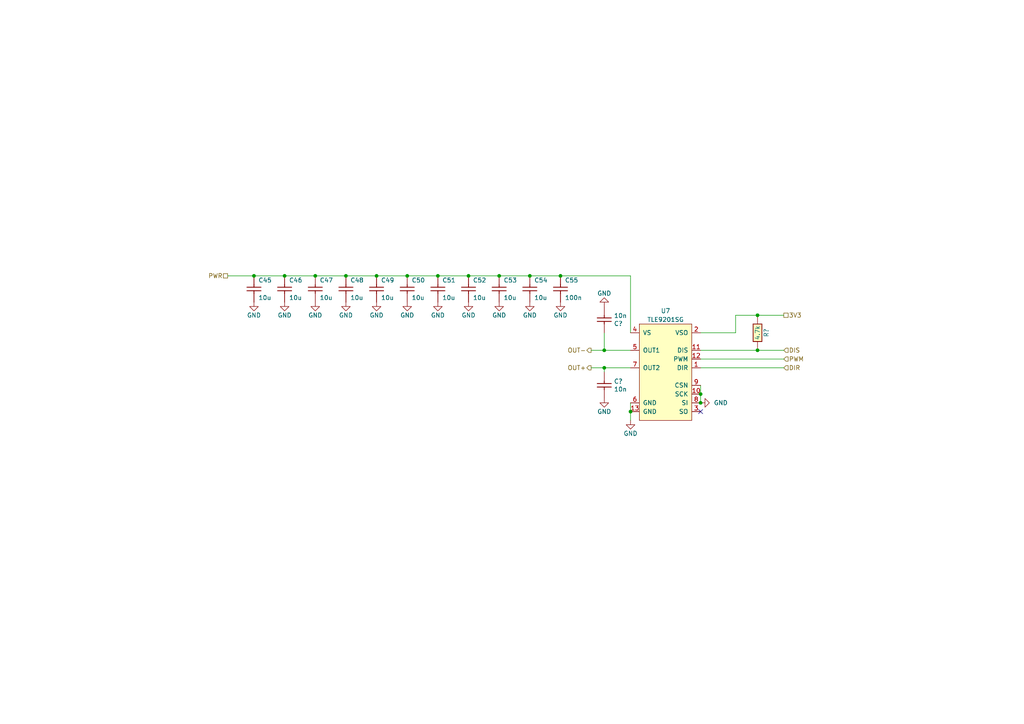
<source format=kicad_sch>
(kicad_sch (version 20230121) (generator eeschema)
  (paper "A4")
  (title_block (title "Hellen-One DC motor driver") (date "2023-09-04") (rev "0.1"))
  (lib_symbols
    (symbol "chips:TLE9201SG" (pin_names (offset 1.016))
      (property "Reference" "U" (at -1.27 3.81 0))
      (property "Value" "TLE9201SG" (at 2.54 1.27 0))
      (symbol "TLE9201SG_0_1"
        (rectangle (start -2.54 0) (end 12.7 -27.94) (fill (type background)))
      )
      (symbol "TLE9201SG_1_1"
        (pin passive line (at -5.08 -12.7 0) (length 2.54) (name "DIR") (number "1"))
        (pin passive line (at -5.08 -20.32 0) (length 2.54) (name "SCK") (number "10"))
        (pin passive line (at -5.08 -7.62 0) (length 2.54) (name "DIS") (number "11"))
        (pin passive line (at -5.08 -10.16 0) (length 2.54) (name "PWM") (number "12"))
        (pin passive line (at 15.24 -25.4 180) (length 2.54) (name "GND") (number "13"))
        (pin passive line (at -5.08 -2.54 0) (length 2.54) (name "VSO") (number "2"))
        (pin passive line (at -5.08 -25.4 0) (length 2.54) (name "SO") (number "3"))
        (pin passive line (at 15.24 -2.54 180) (length 2.54) (name "VS") (number "4"))
        (pin passive line (at 15.24 -7.62 180) (length 2.54) (name "OUT1") (number "5"))
        (pin passive line (at 15.24 -22.86 180) (length 2.54) (name "GND") (number "6"))
        (pin passive line (at 15.24 -12.7 180) (length 2.54) (name "OUT2") (number "7"))
        (pin passive line (at -5.08 -22.86 0) (length 2.54) (name "SI") (number "8"))
        (pin passive line (at -5.08 -17.78 0) (length 2.54) (name "CSN") (number "9"))
      )
    )
    (symbol "hellen-one-common:Cap" (pin_numbers hide)
      (property "Reference" "C" (at -3.81 2.54 0))
      (property "Value" "Cap" (at -2.54 -1.27 0))
      (symbol "Cap_1_0"
        (polyline (pts (xy -1.27 0) (xy -0.508 0)) (stroke (width 0.254)))
        (polyline (pts (xy -0.508 -2.032) (xy -0.508 2.032)) (stroke (width 0.254)))
        (polyline (pts (xy 0.508 2.032) (xy 0.508 -2.032)) (stroke (width 0.254)))
        (polyline (pts (xy 1.27 0) (xy 0.508 0)) (stroke (width 0.254)))
        (pin passive line (at -3.81 0 0) (length 2.54) (name "") (number "1"))
        (pin passive line (at 3.81 0 180) (length 2.54) (name "") (number "2"))
      )
    )
    (symbol "hellen-one-common:Res" (pin_numbers hide)
      (property "Reference" "R" (at 3.81 2.54 0))
      (property "Value" "Res" (at 5.08 -2.54 0))
      (symbol "Res_1_0"
        (rectangle (start 2.54 -1.27) (end 7.62 1.27) (stroke (width 0.254)) (fill (type background)))
        (pin passive line (at 0 0 0) (length 2.54) (name "") (number "1"))
        (pin passive line (at 10.16 0 180) (length 2.54) (name "") (number "2"))
      )
    )
    (symbol "power:GND" (power) (pin_names (offset 0))
      (property "Value" "GND" (at 0 -3.81 0))
      (symbol "GND_0_1"
        (polyline (pts (xy 0 0) (xy 0 -1.27) (xy 1.27 -1.27) (xy 0 -2.54) (xy -1.27 -1.27) (xy 0 -1.27)))
      )
      (symbol "GND_1_1"
        (pin power_in line (at 0 0 270) (length 0) hide (name "GND") (number "1"))
      )
    )
  )
  (junction (at 144.78 80.01))
  (junction (at 91.44 80.01))
  (junction (at 219.71 91.44))
  (junction (at 127 80.01))
  (junction (at 135.89 80.01))
  (junction (at 203.2 116.84))
  (junction (at 175.26 101.6))
  (junction (at 175.26 106.68))
  (junction (at 109.22 80.01))
  (junction (at 219.71 101.6))
  (junction (at 118.11 80.01))
  (junction (at 182.88 119.38))
  (junction (at 203.2 114.3))
  (junction (at 162.56 80.01))
  (junction (at 73.66 80.01))
  (junction (at 153.67 80.01))
  (junction (at 82.55 80.01))
  (junction (at 100.33 80.01))
  (no_connect (at 203.2 119.38))
  (wire (pts (xy 175.26 101.6) (xy 171.45 101.6)))
  (wire (pts (xy 203.2 96.52) (xy 213.36 96.52)))
  (wire (pts (xy 203.2 111.76) (xy 203.2 114.3)))
  (wire (pts (xy 203.2 106.68) (xy 227.33 106.68)))
  (wire (pts (xy 153.67 80.01) (xy 162.56 80.01)))
  (wire (pts (xy 203.2 114.3) (xy 203.2 116.84)))
  (wire (pts (xy 203.2 101.6) (xy 219.71 101.6)))
  (wire (pts (xy 127 80.01) (xy 135.89 80.01)))
  (wire (pts (xy 203.2 104.14) (xy 227.33 104.14)))
  (wire (pts (xy 91.44 80.01) (xy 100.33 80.01)))
  (wire (pts (xy 175.26 106.68) (xy 182.88 106.68)))
  (wire (pts (xy 171.45 106.68) (xy 175.26 106.68)))
  (wire (pts (xy 182.88 101.6) (xy 175.26 101.6)))
  (wire (pts (xy 219.71 91.44) (xy 227.33 91.44)))
  (wire (pts (xy 144.78 80.01) (xy 153.67 80.01)))
  (wire (pts (xy 182.88 116.84) (xy 182.88 119.38)))
  (wire (pts (xy 213.36 96.52) (xy 213.36 91.44)))
  (wire (pts (xy 182.88 119.38) (xy 182.88 121.92)))
  (wire (pts (xy 82.55 80.01) (xy 91.44 80.01)))
  (wire (pts (xy 109.22 80.01) (xy 118.11 80.01)))
  (wire (pts (xy 73.66 80.01) (xy 82.55 80.01)))
  (wire (pts (xy 118.11 80.01) (xy 127 80.01)))
  (wire (pts (xy 175.26 101.6) (xy 175.26 96.52)))
  (wire (pts (xy 175.26 106.68) (xy 175.26 107.95)))
  (wire (pts (xy 135.89 80.01) (xy 144.78 80.01)))
  (wire (pts (xy 213.36 91.44) (xy 219.71 91.44)))
  (wire (pts (xy 66.04 80.01) (xy 73.66 80.01)))
  (wire (pts (xy 219.71 101.6) (xy 227.33 101.6)))
  (wire (pts (xy 162.56 80.01) (xy 182.88 80.01)))
  (wire (pts (xy 182.88 80.01) (xy 182.88 96.52)))
  (wire (pts (xy 100.33 80.01) (xy 109.22 80.01)))
  (hierarchical_label "3V3" (shape passive) (at 227.33 91.44 0))
  (hierarchical_label "OUT-" (shape output) (at 171.45 101.6 180))
  (hierarchical_label "DIS" (shape input) (at 227.33 101.6 0))
  (hierarchical_label "DIR" (shape input) (at 227.33 106.68 0))
  (hierarchical_label "PWM" (shape input) (at 227.33 104.14 0))
  (hierarchical_label "PWR" (shape passive) (at 66.04 80.01 180))
  (hierarchical_label "OUT+" (shape output) (at 171.45 106.68 180))
  (symbol (lib_id "hellen-one-common:Cap") (at 144.78 83.82 90) (unit 1)
    (property "Reference" "C53" (at 146.05 81.28 90) (effects (justify right)))
    (property "Value" "10u" (at 146.05 86.36 90) (effects (justify right)))
    (property "Footprint" "hellen-one-common:C0805" (effects hide))
    (property "LCSC" "C15850" (effects hide))
  )
  (symbol (lib_id "power:GND") (at 118.11 87.63 0) (mirror y) (unit 1)
    (property "Reference" "#PWR?" (effects hide))
    (property "Value" "GND" (at 118.11 91.44 0))
    (instances (project "alphax_4ch" (path "" (reference "#PWR?") (unit 1)) (path "" (reference "#PWR0171") (unit 1))))
  )
  (symbol (lib_id "hellen-one-common:Cap") (at 118.11 83.82 90) (unit 1)
    (property "Reference" "C50" (at 119.38 81.28 90) (effects (justify right)))
    (property "Value" "10u" (at 119.38 86.36 90) (effects (justify right)))
    (property "Footprint" "hellen-one-common:C0805" (effects hide))
    (property "LCSC" "C15850" (effects hide))
  )
  (symbol (lib_id "hellen-one-common:Cap") (at 109.22 83.82 90) (unit 1)
    (property "Reference" "C49" (at 110.49 81.28 90) (effects (justify right)))
    (property "Value" "10u" (at 110.49 86.36 90) (effects (justify right)))
    (property "Footprint" "hellen-one-common:C0805" (effects hide))
    (property "LCSC" "C15850" (effects hide))
  )
  (symbol (lib_id "power:GND") (at 144.78 87.63 0) (mirror y) (unit 1)
    (property "Reference" "#PWR?" (effects hide))
    (property "Value" "GND" (at 144.78 91.44 0))
    (instances (project "alphax_4ch" (path "" (reference "#PWR?") (unit 1)) (path "" (reference "#PWR0170") (unit 1))))
  )
  (symbol (lib_id "power:GND") (at 91.44 87.63 0) (unit 1)
    (property "Reference" "#PWR?" (effects hide))
    (property "Value" "GND" (at 91.44 91.44 0))
    (instances (project "alphax_4ch" (path "" (reference "#PWR?") (unit 1)) (path "" (reference "#PWR0167") (unit 1))))
  )
  (symbol (lib_id "hellen-one-common:Res") (at 219.71 101.6 90) (unit 1)
    (property "Reference" "R?" (at 222.25 96.52 0))
    (property "Value" "4.7k" (at 219.71 96.52 0))
    (property "Footprint" "hellen-one-common:R0603" (effects hide))
    (property "LCSC" "C23162" (effects hide))
    (instances (project "alphax_4ch" (path "" (reference "R?") (unit 1)) (path "" (reference "R8") (unit 1))))
  )
  (symbol (lib_id "power:GND") (at 127 87.63 0) (mirror y) (unit 1)
    (property "Reference" "#PWR?" (effects hide))
    (property "Value" "GND" (at 127 91.44 0))
    (instances (project "alphax_4ch" (path "" (reference "#PWR?") (unit 1)) (path "" (reference "#PWR0166") (unit 1))))
  )
  (symbol (lib_id "hellen-one-common:Cap") (at 91.44 83.82 90) (unit 1)
    (property "Reference" "C47" (at 92.71 81.28 90) (effects (justify right)))
    (property "Value" "10u" (at 92.71 86.36 90) (effects (justify right)))
    (property "Footprint" "hellen-one-common:C0805" (effects hide))
    (property "LCSC" "C15850" (effects hide))
  )
  (symbol (lib_id "power:GND") (at 203.2 116.84 90) (mirror x) (unit 1)
    (property "Reference" "#PWR?" (effects hide))
    (property "Value" "GND" (at 207.01 116.84 90) (effects (justify right)))
    (instances (project "alphax_4ch" (path "" (reference "#PWR?") (unit 1)) (path "" (reference "#PWR0162") (unit 1))))
  )
  (symbol (lib_id "power:GND") (at 100.33 87.63 0) (unit 1)
    (property "Reference" "#PWR?" (effects hide))
    (property "Value" "GND" (at 100.33 91.44 0))
    (instances (project "alphax_4ch" (path "" (reference "#PWR?") (unit 1)) (path "" (reference "#PWR0173") (unit 1))))
  )
  (symbol (lib_id "power:GND") (at 153.67 87.63 0) (mirror y) (unit 1)
    (property "Reference" "#PWR?" (effects hide))
    (property "Value" "GND" (at 153.67 91.44 0))
    (instances (project "alphax_4ch" (path "" (reference "#PWR?") (unit 1)) (path "" (reference "#PWR0169") (unit 1))))
  )
  (symbol (lib_id "hellen-one-common:Cap") (at 100.33 83.82 90) (unit 1)
    (property "Reference" "C48" (at 101.6 81.28 90) (effects (justify right)))
    (property "Value" "10u" (at 101.6 86.36 90) (effects (justify right)))
    (property "Footprint" "hellen-one-common:C0805" (effects hide))
    (property "LCSC" "C15850" (effects hide))
  )
  (symbol (lib_id "power:GND") (at 109.22 87.63 0) (unit 1)
    (property "Reference" "#PWR?" (effects hide))
    (property "Value" "GND" (at 109.22 91.44 0))
    (instances (project "alphax_4ch" (path "" (reference "#PWR?") (unit 1)) (path "" (reference "#PWR0174") (unit 1))))
  )
  (symbol (lib_id "power:GND") (at 73.66 87.63 0) (mirror y) (unit 1)
    (property "Reference" "#PWR?" (effects hide))
    (property "Value" "GND" (at 73.66 91.44 0))
    (instances (project "alphax_4ch" (path "" (reference "#PWR?") (unit 1)) (path "" (reference "#PWR0172") (unit 1))))
  )
  (symbol (lib_id "chips:TLE9201SG") (at 198.12 93.98 0) (mirror y) (unit 1)
    (property "Reference" "U7" (at 193.04 90.17 0))
    (property "Value" "TLE9201SG" (at 193.04 92.71 0))
    (property "Footprint" "Package_SO:Infineon_PG-DSO-12-11" (effects hide))
    (property "LCSC" "C112633" (effects hide))
  )
  (symbol (lib_id "hellen-one-common:Cap") (at 73.66 83.82 90) (unit 1)
    (property "Reference" "C45" (at 74.93 81.28 90) (effects (justify right)))
    (property "Value" "10u" (at 74.93 86.36 90) (effects (justify right)))
    (property "Footprint" "hellen-one-common:C0805" (effects hide))
    (property "LCSC" "C15850" (effects hide))
  )
  (symbol (lib_id "hellen-one-common:Cap") (at 162.56 83.82 90) (unit 1)
    (property "Reference" "C55" (at 163.83 81.28 90) (effects (justify right)))
    (property "Value" "100n" (at 163.83 86.36 90) (effects (justify right)))
    (property "Footprint" "hellen-one-common:C0603" (effects hide))
    (property "LCSC" "C14663" (effects hide))
  )
  (symbol (lib_id "hellen-one-common:Cap") (at 153.67 83.82 90) (unit 1)
    (property "Reference" "C54" (at 154.94 81.28 90) (effects (justify right)))
    (property "Value" "10u" (at 154.94 86.36 90) (effects (justify right)))
    (property "Footprint" "hellen-one-common:C0805" (effects hide))
    (property "LCSC" "C15850" (effects hide))
  )
  (symbol (lib_id "power:GND") (at 175.26 115.57 0) (mirror y) (unit 1)
    (property "Reference" "#PWR?" (effects hide))
    (property "Value" "GND" (at 175.26 119.38 0))
    (instances (project "alphax_4ch" (path "" (reference "#PWR?") (unit 1)) (path "" (reference "#PWR0164") (unit 1))))
  )
  (symbol (lib_id "hellen-one-common:Cap") (at 135.89 83.82 90) (unit 1)
    (property "Reference" "C52" (at 137.16 81.28 90) (effects (justify right)))
    (property "Value" "10u" (at 137.16 86.36 90) (effects (justify right)))
    (property "Footprint" "hellen-one-common:C0805" (effects hide))
    (property "LCSC" "C15850" (effects hide))
  )
  (symbol (lib_id "hellen-one-common:Cap") (at 127 83.82 90) (unit 1)
    (property "Reference" "C51" (at 128.27 81.28 90) (effects (justify right)))
    (property "Value" "10u" (at 128.27 86.36 90) (effects (justify right)))
    (property "Footprint" "hellen-one-common:C0805" (effects hide))
    (property "LCSC" "C15850" (effects hide))
  )
  (symbol (lib_id "power:GND") (at 175.26 88.9 180) (unit 1)
    (property "Reference" "#PWR?" (effects hide))
    (property "Value" "GND" (at 175.26 85.09 0))
    (instances (project "alphax_4ch" (path "" (reference "#PWR?") (unit 1)) (path "" (reference "#PWR0161") (unit 1))))
  )
  (symbol (lib_id "power:GND") (at 182.88 121.92 0) (mirror y) (unit 1)
    (property "Reference" "#PWR?" (effects hide))
    (property "Value" "GND" (at 182.88 125.73 0))
    (instances (project "alphax_4ch" (path "" (reference "#PWR?") (unit 1)) (path "" (reference "#PWR0163") (unit 1))))
  )
  (symbol (lib_id "power:GND") (at 162.56 87.63 0) (mirror y) (unit 1)
    (property "Reference" "#PWR?" (effects hide))
    (property "Value" "GND" (at 162.56 91.44 0))
    (instances (project "alphax_4ch" (path "" (reference "#PWR?") (unit 1)) (path "" (reference "#PWR0160") (unit 1))))
  )
  (symbol (lib_id "hellen-one-common:Cap") (at 82.55 83.82 90) (unit 1)
    (property "Reference" "C46" (at 83.82 81.28 90) (effects (justify right)))
    (property "Value" "10u" (at 83.82 86.36 90) (effects (justify right)))
    (property "Footprint" "hellen-one-common:C0805" (effects hide))
    (property "LCSC" "C15850" (effects hide))
  )
  (symbol (lib_id "power:GND") (at 82.55 87.63 0) (mirror y) (unit 1)
    (property "Reference" "#PWR?" (effects hide))
    (property "Value" "GND" (at 82.55 91.44 0))
    (instances (project "alphax_4ch" (path "" (reference "#PWR?") (unit 1)) (path "" (reference "#PWR0168") (unit 1))))
  )
  (symbol (lib_id "hellen-one-common:Cap") (at 175.26 92.71 90) (mirror x) (unit 1)
    (property "Reference" "C?" (at 178.0541 93.8594 90) (effects (justify right)))
    (property "Value" "10n" (at 178.0541 91.5607 90) (effects (justify right)))
    (property "Footprint" "hellen-one-common:C0603" (effects hide))
    (property "LCSC" "C57112" (effects hide))
    (instances (project "alphax_4ch" (path "" (reference "C?") (unit 1)) (path "" (reference "C1") (unit 1))))
  )
  (symbol (lib_id "hellen-one-common:Cap") (at 175.26 111.76 90) (unit 1)
    (property "Reference" "C?" (at 178.0541 110.6106 90) (effects (justify right)))
    (property "Value" "10n" (at 178.0541 112.9093 90) (effects (justify right)))
    (property "Footprint" "hellen-one-common:C0603" (effects hide))
    (property "LCSC" "C57112" (effects hide))
    (instances (project "alphax_4ch" (path "" (reference "C?") (unit 1)) (path "" (reference "C3") (unit 1))))
  )
  (symbol (lib_id "power:GND") (at 135.89 87.63 0) (mirror y) (unit 1)
    (property "Reference" "#PWR?" (effects hide))
    (property "Value" "GND" (at 135.89 91.44 0))
    (instances (project "alphax_4ch" (path "" (reference "#PWR?") (unit 1)) (path "" (reference "#PWR0165") (unit 1))))
  )
)
</source>
